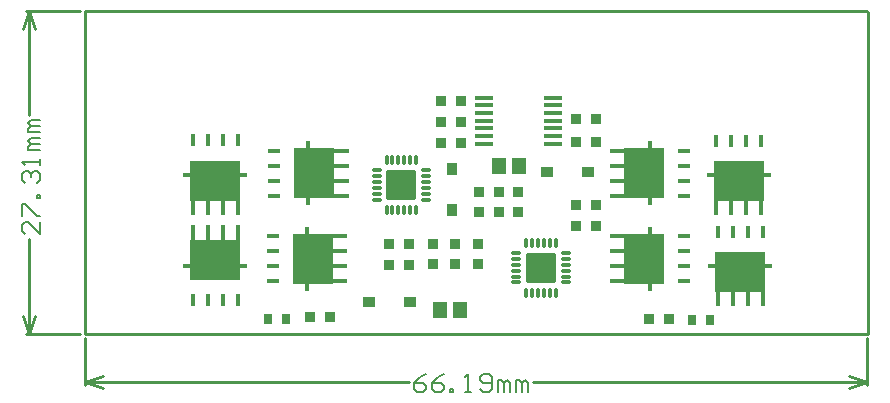
<source format=gtp>
G04*
G04 #@! TF.GenerationSoftware,Altium Limited,Altium Designer,20.2.6 (244)*
G04*
G04 Layer_Color=8421504*
%FSLAX24Y24*%
%MOIN*%
G70*
G04*
G04 #@! TF.SameCoordinates,48E18934-7B2A-4FE3-B34A-5092B9B0F61A*
G04*
G04*
G04 #@! TF.FilePolarity,Positive*
G04*
G01*
G75*
%ADD12C,0.0100*%
%ADD23C,0.0060*%
%ADD24R,0.0433X0.0177*%
%ADD25R,0.0118X0.2165*%
%ADD26R,0.0630X0.0177*%
%ADD27R,0.1378X0.1673*%
%ADD28O,0.0394X0.0118*%
%ADD29O,0.0118X0.0394*%
G04:AMPARAMS|DCode=30|XSize=100.4mil|YSize=100.4mil|CornerRadius=5mil|HoleSize=0mil|Usage=FLASHONLY|Rotation=180.000|XOffset=0mil|YOffset=0mil|HoleType=Round|Shape=RoundedRectangle|*
%AMROUNDEDRECTD30*
21,1,0.1004,0.0904,0,0,180.0*
21,1,0.0904,0.1004,0,0,180.0*
1,1,0.0100,-0.0452,0.0452*
1,1,0.0100,0.0452,0.0452*
1,1,0.0100,0.0452,-0.0452*
1,1,0.0100,-0.0452,-0.0452*
%
%ADD30ROUNDEDRECTD30*%
%ADD31R,0.0374X0.0354*%
%ADD32R,0.0591X0.0118*%
%ADD33R,0.0177X0.0433*%
%ADD34R,0.2165X0.0118*%
%ADD35R,0.0177X0.0630*%
%ADD36R,0.1673X0.1378*%
%ADD37R,0.0335X0.0394*%
%ADD38R,0.0394X0.0335*%
%ADD39R,0.0472X0.0551*%
%ADD40R,0.0354X0.0374*%
%ADD41R,0.0315X0.0335*%
D12*
X26100Y0D02*
Y10728D01*
X0Y10750D02*
X26059D01*
X0Y0D02*
Y10728D01*
Y0D02*
X26059D01*
X-2050Y600D02*
X-1850Y0D01*
X-1650Y600D01*
X-1850Y10750D02*
X-1650Y10150D01*
X-2050D02*
X-1850Y10750D01*
Y0D02*
Y3156D01*
Y7274D02*
Y10750D01*
X-1950Y0D02*
X-150D01*
X-1950Y10750D02*
X-150D01*
X0Y-1600D02*
X600Y-1400D01*
X0Y-1600D02*
X600Y-1800D01*
X25459D02*
X26059Y-1600D01*
X25459Y-1400D02*
X26059Y-1600D01*
X0D02*
X10810D01*
X14929D02*
X26059D01*
X0Y-1700D02*
Y-150D01*
X26059Y-1700D02*
Y-150D01*
D23*
X-1490Y3715D02*
Y3316D01*
X-1890Y3715D01*
X-1990D01*
X-2090Y3616D01*
Y3416D01*
X-1990Y3316D01*
X-2090Y3915D02*
Y4315D01*
X-1990D01*
X-1590Y3915D01*
X-1490D01*
Y4515D02*
X-1590D01*
Y4615D01*
X-1490D01*
Y4515D01*
X-1990Y5015D02*
X-2090Y5115D01*
Y5315D01*
X-1990Y5415D01*
X-1890D01*
X-1790Y5315D01*
Y5215D01*
Y5315D01*
X-1690Y5415D01*
X-1590D01*
X-1490Y5315D01*
Y5115D01*
X-1590Y5015D01*
X-1490Y5615D02*
Y5815D01*
Y5715D01*
X-2090D01*
X-1990Y5615D01*
X-1490Y6115D02*
X-1890D01*
Y6215D01*
X-1790Y6315D01*
X-1490D01*
X-1790D01*
X-1890Y6415D01*
X-1790Y6515D01*
X-1490D01*
Y6715D02*
X-1890D01*
Y6814D01*
X-1790Y6914D01*
X-1490D01*
X-1790D01*
X-1890Y7014D01*
X-1790Y7114D01*
X-1490D01*
X11370Y-1360D02*
X11170Y-1460D01*
X10970Y-1660D01*
Y-1860D01*
X11070Y-1960D01*
X11270D01*
X11370Y-1860D01*
Y-1760D01*
X11270Y-1660D01*
X10970D01*
X11970Y-1360D02*
X11770Y-1460D01*
X11570Y-1660D01*
Y-1860D01*
X11670Y-1960D01*
X11870D01*
X11970Y-1860D01*
Y-1760D01*
X11870Y-1660D01*
X11570D01*
X12170Y-1960D02*
Y-1860D01*
X12270D01*
Y-1960D01*
X12170D01*
X12670D02*
X12870D01*
X12770D01*
Y-1360D01*
X12670Y-1460D01*
X13169Y-1860D02*
X13269Y-1960D01*
X13469D01*
X13569Y-1860D01*
Y-1460D01*
X13469Y-1360D01*
X13269D01*
X13169Y-1460D01*
Y-1560D01*
X13269Y-1660D01*
X13569D01*
X13769Y-1960D02*
Y-1560D01*
X13869D01*
X13969Y-1660D01*
Y-1960D01*
Y-1660D01*
X14069Y-1560D01*
X14169Y-1660D01*
Y-1960D01*
X14369D02*
Y-1560D01*
X14469D01*
X14569Y-1660D01*
Y-1960D01*
Y-1660D01*
X14669Y-1560D01*
X14769Y-1660D01*
Y-1960D01*
D24*
X6308Y4600D02*
D03*
Y5100D02*
D03*
Y5600D02*
D03*
Y6100D02*
D03*
X19989Y1750D02*
D03*
Y2250D02*
D03*
Y2750D02*
D03*
Y3250D02*
D03*
Y4600D02*
D03*
Y5100D02*
D03*
Y5600D02*
D03*
Y6100D02*
D03*
X6258Y3250D02*
D03*
Y2750D02*
D03*
Y2250D02*
D03*
Y1750D02*
D03*
D25*
X7450Y5350D02*
D03*
X18847Y2500D02*
D03*
Y5350D02*
D03*
X7400Y2500D02*
D03*
D26*
X8493Y4600D02*
D03*
Y5100D02*
D03*
Y5600D02*
D03*
Y6100D02*
D03*
X17804Y1750D02*
D03*
Y2250D02*
D03*
Y2750D02*
D03*
Y3250D02*
D03*
Y4600D02*
D03*
Y5100D02*
D03*
Y5600D02*
D03*
Y6100D02*
D03*
X8443Y3250D02*
D03*
Y2750D02*
D03*
Y2250D02*
D03*
Y1750D02*
D03*
D27*
X7647Y5350D02*
D03*
X18650Y2500D02*
D03*
Y5350D02*
D03*
X7597Y2500D02*
D03*
D28*
X9723Y4458D02*
D03*
Y4655D02*
D03*
Y4852D02*
D03*
Y5048D02*
D03*
Y5245D02*
D03*
Y5442D02*
D03*
X11377D02*
D03*
Y5245D02*
D03*
Y5048D02*
D03*
Y4852D02*
D03*
Y4655D02*
D03*
Y4458D02*
D03*
X14373Y2692D02*
D03*
Y2495D02*
D03*
Y2298D02*
D03*
Y2102D02*
D03*
Y1905D02*
D03*
Y1708D02*
D03*
X16027D02*
D03*
Y1905D02*
D03*
Y2102D02*
D03*
Y2298D02*
D03*
Y2495D02*
D03*
Y2692D02*
D03*
D29*
X10058Y5777D02*
D03*
X10255D02*
D03*
X10452D02*
D03*
X10648D02*
D03*
X10845D02*
D03*
X11042D02*
D03*
Y4123D02*
D03*
X10845D02*
D03*
X10648D02*
D03*
X10452D02*
D03*
X10255D02*
D03*
X10058D02*
D03*
X15692Y3027D02*
D03*
X15495D02*
D03*
X15298D02*
D03*
X15102D02*
D03*
X14905D02*
D03*
X14708D02*
D03*
Y1373D02*
D03*
X14905D02*
D03*
X15102D02*
D03*
X15298D02*
D03*
X15495D02*
D03*
X15692D02*
D03*
D30*
X10550Y4950D02*
D03*
X15200Y2200D02*
D03*
D31*
X13800Y4735D02*
D03*
Y4065D02*
D03*
X13150Y4735D02*
D03*
Y4065D02*
D03*
X14450Y4735D02*
D03*
Y4065D02*
D03*
X13100Y2985D02*
D03*
Y2315D02*
D03*
X12350Y2985D02*
D03*
Y2315D02*
D03*
X11600Y2315D02*
D03*
Y2985D02*
D03*
D32*
X15592Y7868D02*
D03*
Y7612D02*
D03*
Y7356D02*
D03*
Y7100D02*
D03*
Y6844D02*
D03*
Y6588D02*
D03*
Y6332D02*
D03*
X13308D02*
D03*
Y6588D02*
D03*
Y7100D02*
D03*
Y7356D02*
D03*
Y7612D02*
D03*
Y7868D02*
D03*
Y6844D02*
D03*
D33*
X5100Y1122D02*
D03*
X4600D02*
D03*
X4100D02*
D03*
X3600D02*
D03*
X22550Y6435D02*
D03*
X22050D02*
D03*
X21550D02*
D03*
X21050D02*
D03*
X22600Y3406D02*
D03*
X22100D02*
D03*
X21600D02*
D03*
X21100D02*
D03*
X5100Y6442D02*
D03*
X4600D02*
D03*
X4100D02*
D03*
X3600D02*
D03*
D34*
X4350Y2264D02*
D03*
X21800Y5293D02*
D03*
X21850Y2264D02*
D03*
X4350Y5300D02*
D03*
D35*
X5100Y3307D02*
D03*
X4600D02*
D03*
X4100D02*
D03*
X3600D02*
D03*
X22550Y4250D02*
D03*
X22050D02*
D03*
X21550D02*
D03*
X21050D02*
D03*
X22600Y1220D02*
D03*
X22100D02*
D03*
X21600D02*
D03*
X21100D02*
D03*
X5100Y4257D02*
D03*
X4600D02*
D03*
X4100D02*
D03*
X3600D02*
D03*
D36*
X4350Y2461D02*
D03*
X21800Y5096D02*
D03*
X21850Y2067D02*
D03*
X4350Y5103D02*
D03*
D37*
X12250Y5489D02*
D03*
Y4111D02*
D03*
D38*
X9461Y1050D02*
D03*
X10839D02*
D03*
X16789Y5400D02*
D03*
X15411D02*
D03*
D39*
X14485Y5600D02*
D03*
X13815D02*
D03*
X11850Y800D02*
D03*
X12519D02*
D03*
D40*
X7515Y550D02*
D03*
X8185D02*
D03*
X19485Y498D02*
D03*
X18815D02*
D03*
X17035Y6400D02*
D03*
X16365D02*
D03*
X11865Y7050D02*
D03*
X12535D02*
D03*
X16365Y7150D02*
D03*
X17035D02*
D03*
X11865Y7750D02*
D03*
X12535D02*
D03*
X12535Y6350D02*
D03*
X11865D02*
D03*
X17035Y4300D02*
D03*
X16365D02*
D03*
X17035Y3600D02*
D03*
X16365D02*
D03*
X10800Y2300D02*
D03*
X10131D02*
D03*
X10150Y3000D02*
D03*
X10819D02*
D03*
D41*
X20255Y450D02*
D03*
X20845D02*
D03*
X6695Y500D02*
D03*
X6105D02*
D03*
M02*

</source>
